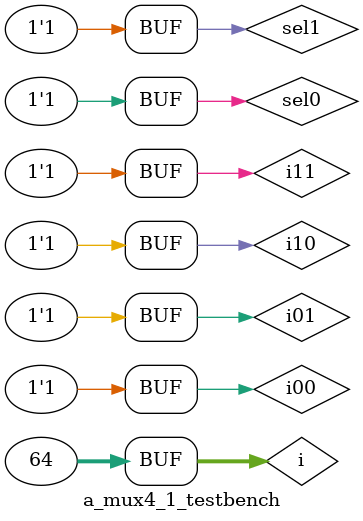
<source format=sv>
`timescale 1ns/10ps

module a_mux4_1(out, i00, i01, i10, i11, sel0, sel1);
 output logic out;
 input logic i00, i01, i10, i11, sel0, sel1;

 logic v0, v1;

 a_mux2_1 m0(v0, i00, i01, sel0);
 a_mux2_1 m1(v1, i10, i11, sel0);
 a_mux2_1 m3 (out, v0, v1, sel1);
endmodule

module a_mux4_1_testbench();
   logic out;
	logic sel0, sel1;
	logic i00, i01, i10, i11;
	a_mux4_1 dut (out, i00, i01, i10, i11, sel0, sel1);
	// Try all combinations of inputs.
	integer i;
	initial begin
		for(i = 0; i < 64; i++) begin
			{i00, i01, i10, i11, sel0, sel1} = i; #1000;
			end
	end
endmodule 
</source>
